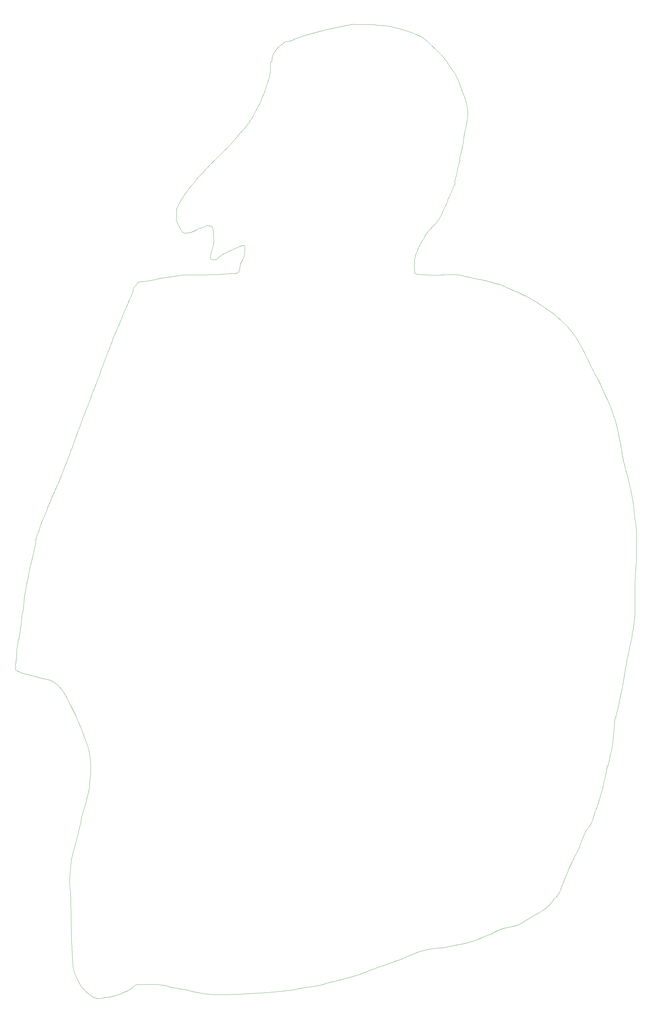
<source format=gbr>
%TF.GenerationSoftware,KiCad,Pcbnew,(6.0.9-0)*%
%TF.CreationDate,2023-01-13T01:16:21-05:00*%
%TF.ProjectId,JF-PimpleClock,4a462d50-696d-4706-9c65-436c6f636b2e,rev?*%
%TF.SameCoordinates,Original*%
%TF.FileFunction,Profile,NP*%
%FSLAX46Y46*%
G04 Gerber Fmt 4.6, Leading zero omitted, Abs format (unit mm)*
G04 Created by KiCad (PCBNEW (6.0.9-0)) date 2023-01-13 01:16:21*
%MOMM*%
%LPD*%
G01*
G04 APERTURE LIST*
%TA.AperFunction,Profile*%
%ADD10C,0.001000*%
%TD*%
G04 APERTURE END LIST*
D10*
X183513615Y82423000D02*
X183598166Y83905558D01*
X86563106Y3149147D02*
X87376000Y3319101D01*
X124921933Y232735541D02*
X125167957Y233140326D01*
X50499243Y236245195D02*
X50796843Y235698885D01*
X132188032Y287404624D02*
X131398257Y288448619D01*
X168601508Y37300013D02*
X169083758Y38338040D01*
X33051442Y209915060D02*
X32469392Y208501023D01*
X2984500Y99718613D02*
X3365022Y99612651D01*
X1597084Y113903086D02*
X1528418Y113381234D01*
X126721890Y15286023D02*
X127082153Y15347086D01*
X151105Y100836969D02*
G75*
G03*
X249827Y100746335I147665J61761D01*
G01*
X10297707Y151692878D02*
X10092531Y151220529D01*
X50772100Y244835134D02*
X50430746Y244230218D01*
X34743009Y213914189D02*
X34681232Y213757318D01*
X21644100Y60126574D02*
X21570973Y59831684D01*
X130222447Y221844392D02*
G75*
G03*
X130619500Y221921115I-42847J1287508D01*
G01*
X3744932Y128524000D02*
X3447198Y127170929D01*
X60128168Y229186621D02*
X59939733Y228351377D01*
X362793Y104953271D02*
X337832Y104515329D01*
X189971665Y123342814D02*
X189961086Y124724671D01*
X172883573Y46485970D02*
G75*
G03*
X173079675Y47001765I-3364473J1574330D01*
G01*
X135272488Y252828482D02*
G75*
G03*
X135255000Y252636521I1045012J-191982D01*
G01*
X32469392Y208501023D02*
X31871690Y207010000D01*
X77651808Y281984847D02*
X77524925Y281584061D01*
X60027399Y226767704D02*
G75*
G03*
X60392436Y226603844I422101J451796D01*
G01*
X67032269Y263253161D02*
X66822251Y263005301D01*
X12197091Y155979382D02*
X11987060Y155517514D01*
X22090660Y62118314D02*
X21935174Y61464031D01*
X130882440Y221978010D02*
G75*
G03*
X130619500Y221921115I77460J-994010D01*
G01*
X428883Y106878696D02*
X389539Y106351251D01*
X23480274Y185360851D02*
X23322146Y184921637D01*
X93281500Y296598184D02*
X92943499Y296517680D01*
X174932744Y51554588D02*
X175194273Y51979494D01*
X755235Y109288242D02*
X704327Y108966000D01*
X28992870Y199849835D02*
X28817150Y199390000D01*
X177033953Y192937463D02*
X176274727Y194403658D01*
X36941418Y4365736D02*
G75*
G03*
X36480998Y4142777I247482J-1097936D01*
G01*
X42019299Y4540772D02*
X44087060Y4427478D01*
X33210700Y2124854D02*
X33595540Y2290427D01*
X184225715Y176288805D02*
X184031224Y176927659D01*
X129466644Y221840672D02*
X128121142Y221889786D01*
X95047379Y4703286D02*
G75*
G03*
X95158163Y4728182I-147279J914314D01*
G01*
X2523183Y120615855D02*
X2392202Y119449244D01*
X136797693Y278878044D02*
X136730496Y279046441D01*
X123240116Y295553357D02*
X122421184Y295885118D01*
X134571765Y283974667D02*
X134394195Y284226000D01*
X25044256Y189405419D02*
X24844168Y188868799D01*
X18683004Y172606305D02*
X18602014Y172402500D01*
X55306637Y250869869D02*
X55088007Y250583980D01*
X122347085Y224672907D02*
X122362663Y226244627D01*
X36716668Y218447867D02*
X36554954Y218272416D01*
X97328873Y297574618D02*
X96956090Y297507517D01*
X189211698Y112533516D02*
X189281723Y112844730D01*
X73990259Y272724766D02*
X72543050Y269975539D01*
X5082770Y134601907D02*
X4984540Y134164362D01*
X87996458Y295079484D02*
X86296730Y294502449D01*
X56007000Y221993117D02*
X52815905Y221981705D01*
X136993930Y278229499D02*
X136919022Y278434319D01*
X52116291Y234762295D02*
X52768500Y234827383D01*
X19847603Y175736393D02*
X19747042Y175491218D01*
X68013261Y264351260D02*
X67314967Y263561648D01*
X25261010Y189977660D02*
X25044256Y189405419D01*
X189342867Y113003580D02*
G75*
G03*
X189281723Y112844730I606333J-324580D01*
G01*
X136282509Y258017526D02*
G75*
G03*
X136277253Y257832767I1767391J-142726D01*
G01*
X55088007Y250583980D02*
X54828768Y250277505D01*
X177864051Y191356623D02*
X177033953Y192937463D01*
X162710457Y211634129D02*
X162249353Y211963000D01*
X19694947Y52761340D02*
X19585691Y52393204D01*
X186524809Y164604063D02*
X186302345Y165670291D01*
X60606332Y235762051D02*
X60720912Y234778866D01*
X11161726Y153598350D02*
X10989469Y153203237D01*
X19169364Y174049074D02*
X19041221Y173662796D01*
X26500075Y193357500D02*
X26248369Y192637216D01*
X14030926Y95167316D02*
G75*
G03*
X13174255Y96062581I-8903126J-7661816D01*
G01*
X68991386Y225319724D02*
X68937480Y225026717D01*
X34883863Y2804675D02*
G75*
G03*
X35050390Y2919604I-435363J808925D01*
G01*
X174180969Y198668589D02*
X172856682Y201156227D01*
X60647824Y230930761D02*
G75*
G03*
X60758198Y231343129I-2569624J908739D01*
G01*
X35905869Y216501387D02*
X35524205Y215610265D01*
X182297031Y74231499D02*
G75*
G03*
X182695500Y75895775I-18436931J5294101D01*
G01*
X170049769Y40747878D02*
X170701359Y42164000D01*
X389539Y106351251D02*
X366288Y105820108D01*
X101292244Y298396430D02*
X100661924Y298279850D01*
X6283694Y140886014D02*
G75*
G03*
X6246529Y140398500I1959006J-394514D01*
G01*
X51827572Y234773241D02*
G75*
G03*
X52116291Y234762295I188528J1159559D01*
G01*
X157966836Y214598251D02*
G75*
G03*
X157990730Y214561829I123464J54949D01*
G01*
X2004609Y99995376D02*
X2286000Y99913055D01*
X166910925Y32952835D02*
X166996798Y33128592D01*
X69847037Y1601866D02*
X70465950Y1637294D01*
X61775050Y226693772D02*
G75*
G03*
X61956203Y226793525I-201850J580928D01*
G01*
X34085345Y212313047D02*
X33597477Y211203736D01*
X187630979Y104488765D02*
X187722484Y104977960D01*
X23580705Y789812D02*
G75*
G03*
X23666821Y714047I295095J248588D01*
G01*
X53348866Y248576897D02*
X52629001Y247604032D01*
X181196408Y69775625D02*
X181282689Y70325780D01*
X189473636Y113553546D02*
G75*
G03*
X189484000Y113762470I-2101336J208954D01*
G01*
X173597007Y48465869D02*
X173932268Y49299564D01*
X11189893Y153735857D02*
G75*
G03*
X11176000Y153667295I162207J-68557D01*
G01*
X185990480Y94978272D02*
X186122234Y95794082D01*
X188022110Y106203265D02*
X188094626Y106438009D01*
X186938893Y162936218D02*
X186835907Y163512500D01*
X1460659Y112829465D02*
X1404635Y112331500D01*
X189952283Y125883375D02*
X189949260Y126301500D01*
X134754310Y283691806D02*
X134571765Y283974667D01*
X122775266Y228303026D02*
X122877966Y228587021D01*
X139573001Y17573653D02*
G75*
G03*
X139959394Y17674884I-529301J2808347D01*
G01*
X83455240Y293491686D02*
G75*
G03*
X83812943Y293528883I-22640J1956214D01*
G01*
X5635189Y99070073D02*
X5842000Y98998640D01*
X134316548Y249206522D02*
G75*
G03*
X134257916Y249047936I407852J-240922D01*
G01*
X186793897Y163767719D02*
X186742111Y164009477D01*
X114319440Y10847796D02*
X114490500Y10917426D01*
X936676Y110083929D02*
X838031Y109683153D01*
X135784079Y16703820D02*
X136919705Y16937949D01*
X51604978Y234856297D02*
G75*
G03*
X51827571Y234773237I320422J518903D01*
G01*
X50113576Y237057384D02*
X50499243Y236245195D01*
X84390804Y2790870D02*
X85503718Y2963032D01*
X188156839Y106696725D02*
X188201079Y106940593D01*
X33595540Y2290427D02*
X33946264Y2414131D01*
X13820002Y159777113D02*
X13684432Y159442535D01*
X52812754Y2759987D02*
G75*
G03*
X52667800Y2785563I-355754J-1592687D01*
G01*
X1939166Y116997003D02*
X1887929Y116459000D01*
X159004000Y25656582D02*
X160305236Y26364757D01*
X69706844Y226678138D02*
X69316118Y225858734D01*
X25660741Y154013D02*
G75*
G03*
X25993628Y173237I101459J1134887D01*
G01*
X135620982Y254454620D02*
X135981493Y255970914D01*
X1736725Y100081991D02*
X2004609Y99995376D01*
X190231571Y145527316D02*
X190147564Y146137601D01*
X169283130Y38786017D02*
X169397571Y39080632D01*
X132348817Y222049904D02*
X131536872Y222020536D01*
X26462214Y295348D02*
X26763553Y376823D01*
X136435623Y279864014D02*
X136340740Y280162000D01*
X18508246Y172166739D02*
X18318836Y171644490D01*
X58654043Y237027682D02*
G75*
G03*
X58337987Y236910821I557457J-1993482D01*
G01*
X132579241Y244523583D02*
G75*
G03*
X132588000Y244711602I-2013641J188017D01*
G01*
X2006734Y117510827D02*
X1939166Y116997003D01*
X63813077Y259824974D02*
X61666977Y257709641D01*
X136919705Y16937949D02*
X137957066Y17167202D01*
X96618971Y5209526D02*
X97345500Y5346144D01*
X145553113Y219837423D02*
X145184031Y219944060D01*
X137833489Y266045609D02*
X137971819Y266630107D01*
X189961086Y124724671D02*
X189952283Y125883375D01*
X80560202Y2345315D02*
X81643691Y2462607D01*
X67114964Y263344662D02*
X67032269Y263253161D01*
X85534500Y294196196D02*
X84720839Y293832824D01*
X173289134Y47640761D02*
X173597007Y48465869D01*
X129310610Y15642313D02*
X129921000Y15682602D01*
X168191524Y36383310D02*
X168379070Y36813823D01*
X122627701Y227443502D02*
X122669195Y227679919D01*
X1887929Y116459000D02*
X1838530Y115887979D01*
X63933744Y228408885D02*
X65879892Y229391182D01*
X1140044Y110798815D02*
X1037138Y110426500D01*
X62601374Y227521371D02*
G75*
G03*
X62113422Y226956099I3599026J-3599971D01*
G01*
X132278Y103103114D02*
X93628Y102580434D01*
X159838328Y213539874D02*
X158378114Y214429050D01*
X60014507Y236923268D02*
G75*
G03*
X59901711Y236938331I-179907J-917368D01*
G01*
X76413834Y278170160D02*
X76297571Y277884601D01*
X3050198Y124557332D02*
X2972777Y124243946D01*
X148798703Y21420685D02*
X148971000Y21494843D01*
X183559Y103561147D02*
X132278Y103103114D01*
X182134532Y73577847D02*
X182218880Y73938016D01*
X130333751Y239627831D02*
G75*
G03*
X130150523Y239484289I193749J-436031D01*
G01*
X186835907Y163512500D02*
X186793897Y163767719D01*
X134799071Y251055151D02*
X134948321Y251661632D01*
X170680950Y204422147D02*
X169260599Y206019245D01*
X148821493Y218935620D02*
G75*
G03*
X147972629Y219202690I-3476293J-9566620D01*
G01*
X181999902Y72898000D02*
X182057047Y73211543D01*
X182168738Y182271129D02*
X181843984Y182983577D01*
X94938850Y4693419D02*
G75*
G03*
X95047379Y4703287I-16950J788181D01*
G01*
X171221112Y43251438D02*
X171437347Y43679259D01*
X137090681Y277986510D02*
X136993930Y278229499D01*
X38252909Y219831833D02*
G75*
G03*
X37873847Y219732033I929291J-4299433D01*
G01*
X16955046Y29817748D02*
X17060034Y25561954D01*
X19604964Y84329780D02*
X19718006Y84074000D01*
X67591377Y222426556D02*
G75*
G03*
X68145499Y222556689I-39977J1415044D01*
G01*
X88891052Y3567251D02*
X89522979Y3659978D01*
X70815109Y267604287D02*
X70497840Y267211969D01*
X4483062Y132432299D02*
X4341883Y131716055D01*
X165191291Y30735067D02*
G75*
G03*
X165137003Y30640656I255909J-209967D01*
G01*
X168007021Y35846066D02*
G75*
G03*
X168021000Y35926898I-226721J80834D01*
G01*
X21455978Y59499500D02*
G75*
G03*
X21501361Y59588630I-227978J172200D01*
G01*
X35636745Y3212311D02*
G75*
G03*
X35673816Y3253569I-83145J111989D01*
G01*
X181937117Y72586674D02*
X181999902Y72898000D01*
X128592150Y237365863D02*
G75*
G03*
X127977290Y236868833I1650950J-2671163D01*
G01*
X136896348Y278579805D02*
X136854446Y278716959D01*
X36018856Y3520291D02*
G75*
G03*
X36102076Y3620873I-482356J483809D01*
G01*
X134887725Y250005829D02*
G75*
G03*
X134736907Y250254919I-1248825J-585929D01*
G01*
X103458552Y298794335D02*
G75*
G03*
X103060500Y298715556I-4352J-1023035D01*
G01*
X95527703Y4921952D02*
G75*
G03*
X95319850Y4803917I188097J-573252D01*
G01*
X138365859Y274450198D02*
G75*
G03*
X137891981Y276016440I-15224259J-3751398D01*
G01*
X21478553Y79502000D02*
X21840159Y78591474D01*
X29938341Y202470364D02*
G75*
G03*
X29854743Y202202491I2050059J-786764D01*
G01*
X21712641Y60452000D02*
X21644100Y60126574D01*
X15556983Y92783584D02*
G75*
G03*
X14700385Y94267376I-16901174J-8767949D01*
G01*
X136905986Y278510455D02*
G75*
G03*
X136896348Y278579805I-253286J145D01*
G01*
X169585904Y39675501D02*
G75*
G03*
X169486679Y39370000I2802196J-1079001D01*
G01*
X55954673Y251754212D02*
X55589166Y251314365D01*
X29484478Y201104500D02*
X29357481Y200786801D01*
X22968290Y73633806D02*
X23091004Y71360908D01*
X60823636Y232435113D02*
X60812559Y231796938D01*
X129208207Y290766500D02*
X127166400Y292778005D01*
X183177084Y179486842D02*
X183003271Y180062577D01*
X35857115Y3429009D02*
G75*
G03*
X35792111Y3419456I85J-226509D01*
G01*
X185258875Y91571170D02*
X185346431Y92075000D01*
X22952154Y67813143D02*
G75*
G03*
X23103290Y69150094I-6958954J1463697D01*
G01*
X49955257Y243320081D02*
X49396020Y242228662D01*
X112841921Y298344909D02*
X111919213Y298420687D01*
X186302345Y165670291D02*
X186087986Y166823521D01*
X149651211Y218593303D02*
X148821492Y218935616D01*
X123121086Y229104878D02*
X123223734Y229340464D01*
X13205281Y158331677D02*
X13084980Y158051500D01*
X131644804Y242676411D02*
X131851002Y243109949D01*
X17060034Y25561954D02*
X17189260Y19113500D01*
X134915635Y283420525D02*
X134754310Y283691806D01*
X19459435Y51898162D02*
X19337384Y51368291D01*
X92519500Y4125170D02*
X92994361Y4207749D01*
X4882226Y133757434D02*
X4787510Y133418188D01*
X66303205Y262382000D02*
X66013825Y262038683D01*
X147972629Y219202690D02*
X146304000Y219635787D01*
X136580924Y259120198D02*
X136642501Y259359502D01*
X41611153Y220286958D02*
X40870324Y220165830D01*
X133760907Y247513401D02*
X134020684Y248102286D01*
X169585905Y39675501D02*
X169753121Y40083651D01*
X172856682Y201156227D02*
X171731410Y203008165D01*
X190358062Y144208500D02*
X190305952Y144852504D01*
X6064134Y139001500D02*
X5809706Y137892398D01*
X29591387Y201381492D02*
X29484478Y201104500D01*
X166825751Y32775864D02*
X166910925Y32952835D01*
X60758191Y231343130D02*
G75*
G03*
X60812559Y231796938I-3516691J651470D01*
G01*
X131439014Y242252500D02*
X131644804Y242676411D01*
X29793585Y201980440D02*
X29699539Y201688972D01*
X98767356Y5686017D02*
G75*
G03*
X98552000Y5615865I693544J-2494717D01*
G01*
X132513835Y244251610D02*
G75*
G03*
X132552444Y244365114I-639035J280690D01*
G01*
X180820899Y68087085D02*
X181049215Y69064022D01*
X171523880Y43815003D02*
G75*
G03*
X171772812Y44207767I-1905080J1482697D01*
G01*
X188708772Y109455911D02*
X188869150Y110220276D01*
X182218880Y73938016D02*
X182297028Y74231500D01*
X24337746Y187515226D02*
X24104016Y186926118D01*
X19585691Y52393204D02*
X19459435Y51898162D01*
X10541000Y152221904D02*
X10297707Y151692878D01*
X50796844Y235698886D02*
G75*
G03*
X51055052Y235321089I3300056J1978314D01*
G01*
X18300501Y47232184D02*
X18147509Y46642301D01*
X78116017Y283859735D02*
X78060748Y283634983D01*
X44330541Y220888780D02*
X43612280Y220739228D01*
X8552188Y147287995D02*
X8078750Y146304000D01*
X53055975Y2678218D02*
G75*
G03*
X53183779Y2624882I365525J696082D01*
G01*
X149142740Y21559029D02*
X149419072Y21639118D01*
X134768467Y222036908D02*
X133286500Y222059500D01*
X189556798Y114645963D02*
X189601989Y114945569D01*
X104162452Y7159047D02*
X105426610Y7598432D01*
X19491328Y5104702D02*
G75*
G03*
X20065419Y4148059I9273772J4914698D01*
G01*
X113437744Y298324067D02*
X112841921Y298344909D01*
X3447198Y127170929D02*
X3286291Y126364456D01*
X130572577Y15734769D02*
X131325541Y15826743D01*
X9927581Y150819523D02*
G75*
G03*
X9906000Y150708284I275819J-111223D01*
G01*
X87376000Y3319101D02*
X87631776Y3374214D01*
X12852726Y157509766D02*
X12746840Y157263278D01*
X167209011Y33628806D02*
X167273544Y33842616D01*
X177477771Y56488636D02*
X177513523Y56627256D01*
X87928847Y3430154D02*
X88219951Y3478775D01*
X138700566Y271653000D02*
G75*
G03*
X138634228Y273001762I-8927866J236900D01*
G01*
X71980Y101394063D02*
G75*
G03*
X96593Y101038556I2837420J17837D01*
G01*
X34916137Y214304153D02*
X34822236Y214100093D01*
X19951035Y83526123D02*
X20264707Y82719818D01*
X55149750Y235574618D02*
X55478264Y235733690D01*
X185808219Y168675008D02*
X185754259Y168984887D01*
X29357481Y200786801D02*
X29182155Y200338928D01*
X14455656Y161448284D02*
X14337295Y161133234D01*
X18652416Y48595133D02*
X18531088Y48147840D01*
X158716093Y25500973D02*
X159004000Y25656582D01*
X85503718Y2963032D02*
X86563106Y3149147D01*
X26765822Y194108993D02*
X26500075Y193357500D01*
X16389275Y166370000D02*
X16162699Y165715652D01*
X135827553Y221961957D02*
X134768467Y222036908D01*
X185754260Y168984887D02*
G75*
G03*
X185729147Y169050516I-185560J-33387D01*
G01*
X3987585Y99443727D02*
X4325541Y99363217D01*
X187936198Y105918015D02*
X188022110Y106203265D01*
X100661924Y298279850D02*
X100002141Y298145099D01*
X48568567Y3540336D02*
X49250351Y3407630D01*
X135865342Y281397218D02*
X135677896Y281813000D01*
X136787564Y221809869D02*
G75*
G03*
X135827553Y221961957I-2121264J-10283969D01*
G01*
X175873566Y52831997D02*
G75*
G03*
X176171754Y53230428I-1687866J1574003D01*
G01*
X53416905Y2555629D02*
X53691410Y2485186D01*
X78741683Y288367070D02*
X78687699Y288031276D01*
X76187465Y277623441D02*
X76064359Y277301076D01*
X188543739Y156654500D02*
X188031249Y158849762D01*
X136164264Y256825222D02*
X136255067Y257394023D01*
X23324108Y1011132D02*
X23491005Y878766D01*
X146876949Y20556975D02*
X147189247Y20727365D01*
X185346431Y92075000D02*
X185440698Y92584883D01*
X12549801Y156800153D02*
X12486850Y156647381D01*
X59576654Y236977878D02*
X59765471Y236951886D01*
X153241310Y216954105D02*
X152617764Y217216679D01*
X165874565Y209384397D02*
G75*
G03*
X164880762Y210167308I-5266165J-5662497D01*
G01*
X78336782Y287045217D02*
G75*
G03*
X78275637Y286742822I2014518J-564717D01*
G01*
X135132360Y282976611D02*
X135024004Y283210000D01*
X19993948Y53882160D02*
X19855524Y53304393D01*
X17010378Y168097131D02*
X16822672Y167599143D01*
X162746839Y27970369D02*
G75*
G03*
X163476521Y28605219I-3698839J4988131D01*
G01*
X127032216Y235831670D02*
X127977290Y236868833D01*
X69740966Y266319000D02*
X68833594Y265283102D01*
X188094626Y106438009D02*
X188156839Y106696725D01*
X124711731Y232410000D02*
X124921933Y232735541D01*
X32850401Y1945447D02*
G75*
G03*
X32579174Y1780528I1327099J-2488047D01*
G01*
X58813870Y254825500D02*
X58469254Y254445684D01*
X136395576Y258380039D02*
G75*
G03*
X136346212Y258319578I63024J-101839D01*
G01*
X1776408Y115274725D02*
X1711561Y114708822D01*
X135166302Y252188558D02*
G75*
G03*
X135212753Y252342726I-1626502J574142D01*
G01*
X9749261Y98015902D02*
X10335024Y97855174D01*
X77524925Y281584061D02*
X77403826Y281241500D01*
X115435459Y11251845D02*
X115669736Y11346746D01*
X73446064Y1792223D02*
X75111763Y1896759D01*
X186742111Y164009477D02*
X186688258Y164211518D01*
X78197930Y284572482D02*
X78161009Y284118280D01*
X45593000Y221089561D02*
X45030946Y221013759D01*
X184700825Y174196646D02*
X184598054Y174688500D01*
X19747042Y175491218D02*
X19627862Y175222309D01*
X90942464Y295974984D02*
X90678000Y295908002D01*
X4191580Y130810000D02*
X4113927Y130351232D01*
X189929386Y117769179D02*
X189982446Y119429386D01*
X180226044Y65556526D02*
X180286042Y65871212D01*
X184598054Y174688500D02*
X184395612Y175616262D01*
X190147564Y146137601D02*
X190067063Y146558000D01*
X37094001Y218931338D02*
X36906904Y218681451D01*
X32349358Y1633707D02*
X32579174Y1780528D01*
X158069899Y214510103D02*
G75*
G03*
X158112603Y214503000I42701J124797D01*
G01*
X22311195Y1757521D02*
G75*
G03*
X22916703Y1294324I2965605J3249379D01*
G01*
X125392762Y294314787D02*
X124391328Y294987356D01*
X23810132Y632113D02*
G75*
G03*
X23979594Y557289I818968J1625487D01*
G01*
X190050696Y129289049D02*
X190156563Y131196522D01*
X188382043Y108104583D02*
X188481628Y108521500D01*
X167530735Y207794797D02*
X165874563Y209384394D01*
X133413500Y246810101D02*
X133760907Y247513401D01*
X18934609Y49523304D02*
X18852458Y49256042D01*
X77403826Y281241500D02*
X77273757Y280877498D01*
X180366443Y66244032D02*
X180461653Y66639933D01*
X46799502Y3927059D02*
G75*
G03*
X45780933Y4222974I-1650802J-3781259D01*
G01*
X75221Y102061682D02*
X71976Y101394063D01*
X60374094Y230088117D02*
X60128168Y229186621D01*
X178748415Y60109430D02*
X178855086Y60492048D01*
X2718105Y122738536D02*
X2661547Y122174000D01*
X132408246Y244194071D02*
G75*
G03*
X132321473Y244081102I968954J-834071D01*
G01*
X130401028Y239724664D02*
G75*
G03*
X130421971Y239807712I-441228J155436D01*
G01*
X136346208Y258319580D02*
G75*
G03*
X136307450Y258186268I932092J-343280D01*
G01*
X30399303Y203599832D02*
X30143798Y202990375D01*
X189967222Y127413705D02*
X190050696Y129289049D01*
X51864063Y2890391D02*
X52347221Y2809230D01*
X53176111Y234880517D02*
X53560663Y234944451D01*
X190156563Y131196522D02*
X190259284Y132524500D01*
X28246082Y538768D02*
X28817773Y631814D01*
X6911345Y142811501D02*
G75*
G03*
X6688624Y142354006I1900755J-1208301D01*
G01*
X36102083Y3620868D02*
G75*
G03*
X36168831Y3739783I-672783J455832D01*
G01*
X70063701Y227530751D02*
X69706844Y226678138D01*
X30988703Y204923345D02*
X30680672Y204234491D01*
X189949260Y126301500D02*
X189967222Y127413705D01*
X68896328Y224693414D02*
X68736582Y223521364D01*
X117829806Y12097167D02*
X118250969Y12261455D01*
X157966819Y214598244D02*
G75*
G03*
X157756909Y214822081I-426419J-189544D01*
G01*
X135111177Y252063571D02*
G75*
G03*
X134948321Y251661632I1800223J-963371D01*
G01*
X139408853Y17538907D02*
X139573000Y17573658D01*
X19337384Y51368291D02*
X19239251Y50882848D01*
X122389589Y223084703D02*
G75*
G03*
X122542050Y222528198I1298111J56497D01*
G01*
X27097828Y195008500D02*
X26765822Y194108993D01*
X15925443Y165062297D02*
X15709317Y164493460D01*
X178594155Y189992000D02*
X177864051Y191356623D01*
X190419979Y138264444D02*
X190429991Y142105664D01*
X135300772Y282616275D02*
X135132360Y282976611D01*
X180024284Y64592581D02*
X180191837Y65240547D01*
X13084980Y158051500D02*
X12970849Y157785101D01*
X28024132Y197370654D02*
X27737679Y196659500D01*
X14777100Y162283554D02*
X14539572Y161671000D01*
X54802923Y235416083D02*
X55149750Y235574618D01*
X151257000Y217835978D02*
X149651211Y218593303D01*
X366288Y105820108D02*
X364966Y105371707D01*
X66509821Y1463874D02*
X67875150Y1508962D01*
X76064359Y277301076D02*
X75947787Y276971870D01*
X115218702Y11170816D02*
X115435459Y11251845D01*
X129416913Y238451547D02*
G75*
G03*
X129219020Y238072759I2106587J-1341647D01*
G01*
X142303500Y18535808D02*
X143108608Y18911111D01*
X7205461Y98562787D02*
X8015458Y98370488D01*
X70322766Y230691290D02*
X70359810Y229775888D01*
X122703326Y228042566D02*
G75*
G03*
X122682000Y227858189I786274J-184366D01*
G01*
X129416914Y238451546D02*
X129773049Y238978281D01*
X30551006Y1092950D02*
X30959299Y1209383D01*
X183003271Y180062577D02*
X182801185Y180678835D01*
X62293500Y222119352D02*
X61473716Y222071839D01*
X16860907Y32780569D02*
X16955046Y29817748D01*
X124974585Y14901524D02*
X125840224Y15123142D01*
X18098288Y171022275D02*
X17867886Y170357062D01*
X35581299Y3184550D02*
G75*
G03*
X35636749Y3212306I-50999J171150D01*
G01*
X174534627Y50642915D02*
X174670007Y50958433D01*
X241278Y103847707D02*
G75*
G03*
X296019Y104119887I-1948302J533438D01*
G01*
X181019116Y184755498D02*
X180542351Y185809217D01*
X19359834Y84917977D02*
X19479071Y84626847D01*
X70202399Y230957437D02*
G75*
G03*
X69861001Y231046722I-247399J-248637D01*
G01*
X179816704Y63828463D02*
X180024284Y64592581D01*
X17635856Y169692831D02*
X17410407Y169073581D01*
X58912844Y237067104D02*
G75*
G03*
X58654042Y237027687I31856J-1078504D01*
G01*
X95313500Y297116689D02*
X94771423Y296972209D01*
X116451459Y11660489D02*
X116789458Y11770432D01*
X94384090Y4569828D02*
X94605753Y4633122D01*
X79618806Y290450446D02*
G75*
G03*
X79021656Y289380306I5426894J-3729946D01*
G01*
X188201084Y106940592D02*
G75*
G03*
X188216489Y107124500I-1356284J206208D01*
G01*
X78241721Y286305984D02*
X78232000Y285641226D01*
X8004004Y146139057D02*
X7914565Y145893234D01*
X167375277Y34252172D02*
G75*
G03*
X167319702Y34036000I2058223J-644372D01*
G01*
X14337295Y161133234D02*
X14208104Y160788819D01*
X17847514Y45529499D02*
G75*
G03*
X17196245Y42654993I28744086J-8023499D01*
G01*
X1528418Y113381234D02*
X1460659Y112829465D01*
X125409536Y233555672D02*
X125606831Y233915344D01*
X60460138Y236493665D02*
X60606332Y235762051D01*
X185244865Y171593564D02*
X185117760Y172212000D01*
X145184031Y219944060D02*
X144907000Y220030162D01*
X132777233Y245458322D02*
G75*
G03*
X132631792Y245027120I4279067J-1683422D01*
G01*
X179718931Y187659251D02*
X179284412Y188595397D01*
X98066622Y5487538D02*
X98374206Y5560454D01*
X36554948Y218272422D02*
G75*
G03*
X36393095Y218085589I1223252J-1223222D01*
G01*
X33946264Y2414131D02*
X34277832Y2528630D01*
X136515433Y258635612D02*
G75*
G03*
X136525000Y258754028I-727733J118388D01*
G01*
X190305952Y144852504D02*
X190231571Y145527316D01*
X185881175Y94436640D02*
X185990480Y94978272D01*
X102905005Y298666637D02*
G75*
G03*
X103060500Y298715556I-191805J881263D01*
G01*
X60791911Y233534260D02*
X60823636Y232435113D01*
X82642428Y293283413D02*
G75*
G03*
X82190179Y293015311I1477972J-3008613D01*
G01*
X5842000Y98998640D02*
X6503231Y98766162D01*
X14700391Y94267380D02*
G75*
G03*
X14030926Y95167316I-6660091J-4255480D01*
G01*
X122928858Y14206675D02*
X123231275Y14323176D01*
X13342296Y158649194D02*
X13205281Y158331677D01*
X47661887Y3711397D02*
X48069500Y3633226D01*
X56761588Y236248538D02*
G75*
G03*
X57086501Y236337998I-667988J3060862D01*
G01*
X46202654Y221164808D02*
X45593000Y221089561D01*
X145725325Y19949326D02*
X146104199Y20111786D01*
X22855604Y183565132D02*
X22475231Y182616561D01*
X458092Y100667911D02*
X792766Y100517833D01*
X11346718Y154103612D02*
X11189895Y153735856D01*
X138456200Y269154272D02*
X138627792Y270534049D01*
X166755326Y32626523D02*
X166825751Y32775864D01*
X165772142Y31138035D02*
G75*
G03*
X165865897Y31243485I-530042J565665D01*
G01*
X17290112Y15892851D02*
X17469931Y12703181D01*
X184241955Y87080967D02*
X184575097Y88356757D01*
X136905991Y278510455D02*
G75*
G03*
X136919022Y278434319I228609J-55D01*
G01*
X12371393Y156367526D02*
X12197091Y155979382D01*
X140868626Y220868851D02*
X139044385Y221269881D01*
X3870095Y129104218D02*
X3744932Y128524000D01*
X59856581Y227110955D02*
G75*
G03*
X60027397Y226767702I544519J56845D01*
G01*
X26248369Y192637216D02*
X25961057Y191837072D01*
X116459000Y297753621D02*
X115598098Y297986150D01*
X17867886Y170357062D02*
X17635856Y169692831D01*
X37772817Y4476219D02*
G75*
G03*
X36941421Y4365724I199283J-4682519D01*
G01*
X183826966Y85620666D02*
G75*
G03*
X183693228Y84869251I8120834J-1832966D01*
G01*
X177377958Y56201895D02*
X177435439Y56362226D01*
X177088958Y55308500D02*
X177187390Y55621627D01*
X68937480Y225026717D02*
X68896328Y224693414D01*
X132466958Y244221007D02*
G75*
G03*
X132513835Y244251610I-58J51293D01*
G01*
X59870578Y222032284D02*
X57981415Y222003939D01*
X71174372Y1675013D02*
X71882000Y1709826D01*
X145355727Y19815130D02*
X145725325Y19949326D01*
X134614504Y249468054D02*
G75*
G03*
X134828300Y249633613I-549904J930946D01*
G01*
X95527710Y4921932D02*
X96005780Y5064213D01*
X3683000Y99524078D02*
X3987585Y99443727D01*
X180123770Y186753500D02*
X179718931Y187659251D01*
X61926037Y1370924D02*
X65024000Y1420349D01*
X20582460Y3489430D02*
X21430932Y2598850D01*
X22537191Y64165497D02*
X22406892Y63445593D01*
X136057650Y280935113D02*
X135865342Y281397218D01*
X137689984Y265327316D02*
X137833489Y266045609D01*
X93475969Y4307890D02*
X93899974Y4410220D01*
X6911344Y142811501D02*
G75*
G03*
X7065582Y143123875I-1368544J869999D01*
G01*
X1654963Y114300000D02*
X1597084Y113903086D01*
X65425416Y261382583D02*
X65228241Y261184659D01*
X27727090Y508000D02*
G75*
G03*
X27452671Y492912I10J-2503200D01*
G01*
X68833594Y265283102D02*
X68013261Y264351260D01*
X130816245Y240659010D02*
G75*
G03*
X130860007Y240826598I-1345245J440790D01*
G01*
X49396020Y242228662D02*
X49379836Y240462581D01*
X158301928Y25257232D02*
X158716093Y25500973D01*
X145946141Y219729037D02*
X145553113Y219837423D01*
X132651500Y16061361D02*
X133198190Y16186675D01*
X36136346Y217131823D02*
G75*
G03*
X36195000Y217495491I-1098146J363677D01*
G01*
X2972778Y124243946D02*
G75*
G03*
X2887521Y123870286I4231922J-1162146D01*
G01*
X189397157Y113139094D02*
X189442541Y113335290D01*
X165530378Y30982631D02*
G75*
G03*
X165654713Y31045870I-231278J608569D01*
G01*
X139162234Y17479116D02*
X139408853Y17538907D01*
X96956090Y297507517D02*
X96429391Y297393085D01*
X184395612Y175616262D02*
X184225715Y176288805D01*
X138886900Y17408361D02*
X139162234Y17479116D01*
X94771423Y296972209D02*
X94192725Y296822498D01*
X59513901Y255567308D02*
X58813870Y254825500D01*
X24844168Y188868799D02*
X24698718Y188468000D01*
X24152207Y501880D02*
X25235545Y225395D01*
X180191837Y65240547D02*
G75*
G03*
X180213000Y65409807I-666237J169253D01*
G01*
X179064050Y61221524D02*
X179311424Y62078125D01*
X177538368Y56757415D02*
G75*
G03*
X177546000Y56854798I-617468J97385D01*
G01*
X108787174Y298739072D02*
X106214249Y298776314D01*
X126181420Y293690022D02*
G75*
G03*
X125392762Y294314787I-6689220J-7633822D01*
G01*
X96592Y101038556D02*
G75*
G03*
X151103Y100836968I785618J104274D01*
G01*
X2797936Y123332116D02*
X2718105Y122738536D01*
X185660766Y93602616D02*
X185749609Y93935696D01*
X55478264Y235733690D02*
X55755183Y235888159D01*
X187552830Y160794323D02*
G75*
G03*
X187447381Y161099500I-2062130J-541723D01*
G01*
X11335662Y97431260D02*
G75*
G03*
X10842113Y97667434I-2865462J-5354360D01*
G01*
X89702327Y295634163D02*
X87996458Y295079484D01*
X184029413Y86360000D02*
X184241955Y87080967D01*
X170701359Y42164000D02*
X170970435Y42737312D01*
X43612280Y220739228D02*
X42989500Y220586205D01*
X61514060Y226633925D02*
G75*
G03*
X61775050Y226693771I-142460J1220275D01*
G01*
X47079297Y221293292D02*
X46202654Y221164808D01*
X130222447Y221844404D02*
X129466644Y221840672D01*
X162249353Y211963000D02*
X161236163Y212658903D01*
X126129396Y234727315D02*
G75*
G03*
X125606831Y233915344I4472004J-3452215D01*
G01*
X39119642Y219968870D02*
X38600570Y219895654D01*
X135362507Y253296078D02*
X135480825Y253852634D01*
X8015458Y98370488D02*
X9009983Y98170870D01*
X166996798Y33128592D02*
X167069307Y33274000D01*
X12676073Y157099000D02*
X12616273Y156958905D01*
X158378119Y214429058D02*
G75*
G03*
X158112603Y214503000I-265519J-439758D01*
G01*
X24549829Y188064029D02*
X24337746Y187515226D01*
X129117824Y237887746D02*
G75*
G03*
X129219020Y238072759I-829424J573854D01*
G01*
X52629001Y247604032D02*
X51794040Y246400520D01*
X166674996Y32474982D02*
G75*
G03*
X166755326Y32626523I-1422696J851218D01*
G01*
X6503231Y98766162D02*
X7205461Y98562787D01*
X59372100Y237010366D02*
X59576654Y236977878D01*
X50662696Y3122141D02*
X51288472Y2996471D01*
X185703890Y169113306D02*
X185655469Y169347441D01*
X13474660Y158954689D02*
X13342296Y158649194D01*
X181842387Y72227342D02*
X181937117Y72586674D01*
X176274727Y194403658D02*
X175879453Y195200545D01*
X188481628Y108521500D02*
X188708772Y109455911D01*
X136854446Y278716959D02*
X136797693Y278878044D01*
X26763553Y376823D02*
X27112048Y445533D01*
X23322146Y184921637D02*
G75*
G03*
X23246884Y184669228I2680654J-936737D01*
G01*
X15556983Y92783584D02*
X17098796Y89760150D01*
X187296741Y161518791D02*
X187109288Y162210192D01*
X54563150Y249994470D02*
X53985633Y249364527D01*
X189810117Y116387508D02*
X189929386Y117769179D01*
X5809706Y137892398D02*
X5543311Y136708586D01*
X22631181Y64870215D02*
X22537191Y64165497D01*
X2145692Y118167114D02*
G75*
G03*
X2080000Y117944343I1059208J-433414D01*
G01*
X98374207Y5560450D02*
G75*
G03*
X98552000Y5615865I-400707J1598550D01*
G01*
X135677896Y281813000D02*
X135491094Y282210270D01*
X92182215Y296320188D02*
X91884500Y296235677D01*
X156148629Y215653676D02*
X154616552Y216408939D01*
X65879892Y229391182D02*
X67581703Y230202432D01*
X124305628Y231743779D02*
X124711731Y232410000D01*
X5116306Y99206805D02*
X5378847Y99143085D01*
X22684361Y65532000D02*
X22631181Y64870215D01*
X66013825Y262038683D02*
X65706842Y261689762D01*
X67591377Y222426544D02*
X66459617Y222382825D01*
X183752118Y177736500D02*
X183585175Y178218854D01*
X53691410Y2485186D02*
X53975000Y2423502D01*
X12746840Y157263278D02*
X12676073Y157099000D01*
X122999500Y228854000D02*
X123121086Y229104878D01*
X187545512Y104001936D02*
X187630979Y104488765D01*
X139959394Y17674884D02*
X140905923Y18001729D01*
X167069307Y33274000D02*
G75*
G03*
X167137234Y33427248I-1483407J749200D01*
G01*
X133938085Y284861299D02*
X133672324Y285242466D01*
X135111175Y252063572D02*
G75*
G03*
X135166303Y252188558I-793475J424628D01*
G01*
X48958500Y221602958D02*
X48043451Y221446110D01*
X189983375Y121825273D02*
X189971665Y123342814D01*
X22475231Y182616561D02*
X21964189Y181387750D01*
X54321698Y2353570D02*
X54804072Y2254392D01*
X31918612Y1420197D02*
X32119797Y1509661D01*
X56895586Y252783320D02*
X56404411Y252261992D01*
X168379070Y36813823D02*
X168601508Y37300013D01*
X177288053Y55932357D02*
X177377958Y56201895D01*
X17098796Y89760150D02*
X18598496Y86715335D01*
X185551095Y93119261D02*
X185660766Y93602616D01*
X27440042Y195907815D02*
X27097828Y195008500D01*
X181332844Y70624696D02*
G75*
G03*
X181282689Y70325780I3380556J-720896D01*
G01*
X187744008Y160043600D02*
X187552831Y160794323D01*
X135024004Y283210000D02*
X134915635Y283420525D01*
X132552439Y244365115D02*
G75*
G03*
X132579239Y244523583I-1049439J258985D01*
G01*
X34658504Y213639131D02*
X34498964Y213258264D01*
X20597252Y81823449D02*
X20900226Y80962500D01*
X149735480Y21719628D02*
X150050500Y21788587D01*
X18318836Y171644490D02*
X18098288Y171022275D01*
X117094000Y11856584D02*
X117420385Y11953033D01*
X136255066Y257394023D02*
G75*
G03*
X136277253Y257832767I-2939366J368577D01*
G01*
X29182155Y200338928D02*
X28992870Y199849835D01*
X66822251Y263005301D02*
X66573324Y262708169D01*
X18866799Y6363946D02*
X19491328Y5104702D01*
X15709317Y164493460D02*
X15563411Y164147500D01*
X661270Y108631140D02*
X602469Y108192888D01*
X28817150Y199390000D02*
X28613551Y198861309D01*
X364966Y105371707D02*
X362793Y104953271D01*
X119439792Y12790877D02*
X120538189Y13256737D01*
X177513523Y56627256D02*
X177538368Y56757415D01*
X136227257Y280496605D02*
X136057650Y280935113D01*
X92556806Y296419695D02*
X92182215Y296320188D01*
X102905004Y298666643D02*
X102579662Y298600285D01*
X13961246Y160135579D02*
X13820002Y159777113D01*
X182504080Y181461027D02*
X182168738Y182271129D01*
X65228241Y261184659D02*
X63813077Y259824974D01*
X113826131Y10671501D02*
X114319440Y10847796D01*
X122618500Y14088975D02*
X122928858Y14206675D01*
X55816500Y2042894D02*
X57984914Y1643802D01*
X54186348Y235132485D02*
X54469705Y235263120D01*
X184894303Y89633679D02*
X185034813Y90297000D01*
X4727564Y133268405D02*
G75*
G03*
X4613968Y132974112I1288436J-666405D01*
G01*
X45030946Y221013759D02*
X44330541Y220888780D01*
X134195417Y248569238D02*
G75*
G03*
X134239000Y248832117I-770917J262862D01*
G01*
X4613968Y132974112D02*
X4483062Y132432299D01*
X123301008Y229539959D02*
G75*
G03*
X123317000Y229630202I-246608J90241D01*
G01*
X184984376Y172845503D02*
X184838082Y173541928D01*
X60125854Y236894537D02*
G75*
G03*
X60014507Y236923269I-298954J-928437D01*
G01*
X20264707Y82719818D02*
X20597252Y81823449D01*
X130537124Y240198909D02*
G75*
G03*
X130480463Y240101674I518576J-367309D01*
G01*
X122703327Y228042566D02*
X122775266Y228303026D01*
X157756909Y214822081D02*
X156148629Y215653676D01*
X78609845Y287701483D02*
X78521278Y287420073D01*
X133198190Y16186675D02*
X133790928Y16315939D01*
X189484000Y113762470D02*
X189492208Y114000658D01*
X186534223Y98529737D02*
X186803308Y100071260D01*
X21455983Y59499496D02*
G75*
G03*
X21306369Y59206987I755017J-570696D01*
G01*
X151287442Y22039523D02*
X152211982Y22232828D01*
X28817773Y631814D02*
X29539143Y804716D01*
X93661031Y296688719D02*
X93281500Y296598184D01*
X19479071Y84626847D02*
X19604964Y84329780D01*
X88219951Y3478775D02*
X88455500Y3510900D01*
X137205335Y277721014D02*
X137090681Y277986510D01*
X5291596Y135569814D02*
X5082770Y134601907D01*
X167375277Y34252172D02*
X167473066Y34543476D01*
X54038500Y235063351D02*
X54186348Y235132485D01*
X111410109Y9837646D02*
X112585500Y10242579D01*
X83052867Y293436904D02*
G75*
G03*
X82642425Y293283418I569033J-2147204D01*
G01*
X176829637Y54576189D02*
X177088958Y55308500D01*
X60220516Y236857482D02*
G75*
G03*
X60125854Y236894538I-347816J-749082D01*
G01*
X18147509Y46642301D02*
X17988156Y46042714D01*
X165968768Y31464665D02*
X166062273Y31623242D01*
X71886724Y268997814D02*
G75*
G03*
X72543050Y269975539I-4608124J3802486D01*
G01*
X58469254Y254445684D02*
X57970893Y253911285D01*
X102191811Y298532402D02*
X101780287Y298471921D01*
X32119797Y1509661D02*
X32349358Y1633707D01*
X31798123Y1397004D02*
G75*
G03*
X31659657Y1381937I77J-644504D01*
G01*
X6241777Y140142918D02*
G75*
G03*
X6246529Y140398500I-1954577J164182D01*
G01*
X78687699Y288031276D02*
X78609845Y287701483D01*
X65706842Y261689762D02*
X65425416Y261382583D01*
X2286000Y99913055D02*
X2603978Y99824553D01*
X35792113Y3419449D02*
G75*
G03*
X35736971Y3391694I51087J-170149D01*
G01*
X70256694Y228172073D02*
G75*
G03*
X70346528Y228844511I-3911894J864827D01*
G01*
X181732906Y71877303D02*
X181842387Y72227342D01*
X57086502Y236337995D02*
G75*
G03*
X57456734Y236481256I-1347002J4031105D01*
G01*
X22791273Y66752155D02*
X22725120Y66111850D01*
X187722484Y104977960D02*
X187829585Y105476784D01*
X76558901Y278580598D02*
X76413834Y278170160D01*
X32850401Y1945447D02*
X33210700Y2124854D01*
X132777231Y245458323D02*
X133026115Y246029536D01*
X185925265Y167890414D02*
X185866280Y168308791D01*
X65024000Y1420349D02*
X66509821Y1463874D01*
X188296925Y107692031D02*
X188382043Y108104583D01*
X178266306Y58759134D02*
X178471287Y59291678D01*
X184029412Y86360000D02*
G75*
G03*
X183826965Y85620666I8059988J-2604400D01*
G01*
X27112048Y445533D02*
X27452671Y492912D01*
X2661547Y122174000D02*
X2523183Y120615855D01*
X1511345Y100162069D02*
X1736725Y100081991D01*
X177696210Y57348222D02*
X177861484Y57779419D01*
X99410441Y5862891D02*
X100178391Y6068493D01*
X127082153Y15347086D02*
X127448419Y15411674D01*
X171731410Y203008165D02*
G75*
G03*
X170680950Y204422147I-12240610J-7996465D01*
G01*
X57970893Y253911285D02*
X57420288Y253329306D01*
X21536304Y180323720D02*
X20790616Y178363907D01*
X56309190Y236210782D02*
G75*
G03*
X56150922Y236182647I101110J-1027982D01*
G01*
X164088747Y29251163D02*
X164591835Y29833699D01*
X92994361Y4207749D02*
X93475969Y4307890D01*
X1037138Y110426500D02*
X936676Y110083929D01*
X25462419Y190500000D02*
X25261010Y189977660D01*
X176171754Y53230428D02*
X176508099Y53852933D01*
X3161367Y125194245D02*
G75*
G03*
X3175000Y125409007I-1684667J214755D01*
G01*
X59850978Y227734515D02*
G75*
G03*
X59856554Y227110952I3264622J-282615D01*
G01*
X158027110Y214530970D02*
G75*
G03*
X158069897Y214510098I104890J160730D01*
G01*
X114008259Y298287552D02*
G75*
G03*
X113437744Y298324067I-563559J-4329852D01*
G01*
X122497151Y226965015D02*
X122567932Y227192656D01*
X76833318Y279463500D02*
X76706218Y279033252D01*
X44087060Y4427478D02*
X45780933Y4222974D01*
X129921000Y15682602D02*
X130572577Y15734769D01*
X115598098Y297986150D02*
X114757783Y298168126D01*
X93899974Y4410219D02*
G75*
G03*
X94170500Y4495964I-655074J2536381D01*
G01*
X30959299Y1209383D02*
X31339542Y1307685D01*
X5543311Y136708586D02*
X5291596Y135569814D01*
X155045578Y23290526D02*
X156266233Y23984985D01*
X51055045Y235321083D02*
G75*
G03*
X51308000Y235064944I1187455J919717D01*
G01*
X167473066Y34543476D02*
X167591746Y34854554D01*
X189492208Y114000658D02*
X189518659Y114314262D01*
X55327710Y2145605D02*
X55816500Y2042894D01*
X37247613Y219159409D02*
X37094001Y218931338D01*
X122731614Y222321618D02*
G75*
G03*
X123018988Y222203566I454786J698282D01*
G01*
X130921849Y241047857D02*
G75*
G03*
X130860007Y240826598I1377751J-504357D01*
G01*
X24698718Y188468000D02*
X24549829Y188064029D01*
X175194273Y51979494D02*
X175515832Y52417313D01*
X52815905Y221981705D02*
X51461979Y221940115D01*
X3365022Y99612651D02*
X3683000Y99524078D01*
X118618000Y12422038D02*
X119439792Y12790877D01*
X132141661Y243744750D02*
X132228719Y243927175D01*
X22476940Y76466985D02*
X22735035Y75311000D01*
X115062000Y11121085D02*
X115218702Y11170816D01*
X51155955Y245446351D02*
X50772100Y244835134D01*
X68507030Y222887304D02*
G75*
G03*
X68736582Y223521364I-1678330J966196D01*
G01*
X42357783Y220433991D02*
X41611153Y220286958D01*
X69019546Y1550984D02*
X69469000Y1576472D01*
X53882783Y235010020D02*
G75*
G03*
X54038500Y235063351I-159283J719080D01*
G01*
X34822236Y214100093D02*
X34743009Y213914189D01*
X109855001Y298655924D02*
G75*
G03*
X108787174Y298739072I-1255501J-9225324D01*
G01*
X123018987Y222203562D02*
G75*
G03*
X123547029Y222132490I781713J3810738D01*
G01*
X130370347Y239660011D02*
G75*
G03*
X130401020Y239724667I-294447J179289D01*
G01*
X136395599Y258380003D02*
G75*
G03*
X136445307Y258431345I-76499J123797D01*
G01*
X136445307Y258431345D02*
G75*
G03*
X136486987Y258522870I-464007J266555D01*
G01*
X147189247Y20727365D02*
X147536103Y20897266D01*
X157990731Y214561830D02*
G75*
G03*
X158027116Y214530980I141469J129970D01*
G01*
X107505500Y8384344D02*
X109142761Y9008757D01*
X34658504Y213639131D02*
G75*
G03*
X34671000Y213701700I-150404J62569D01*
G01*
X75947787Y276971870D02*
X75857546Y276688588D01*
X10092531Y151220529D02*
X9927582Y150819523D01*
X20065417Y4148058D02*
G75*
G03*
X20582460Y3489430I4831783J3260842D01*
G01*
X70063697Y227530752D02*
G75*
G03*
X70256702Y228172071I-4185897J1609448D01*
G01*
X25961057Y191837072D02*
X25682634Y191078929D01*
X180542351Y185809217D02*
X180123770Y186753500D01*
X9009983Y98170870D02*
X9749261Y98015902D01*
X19268201Y85153500D02*
X19359834Y84917977D01*
X24104016Y186926118D02*
X23882477Y186383728D01*
X51461979Y221940115D02*
X50403796Y221835266D01*
X51288472Y2996471D02*
X51864063Y2890391D01*
X189601989Y114945569D02*
X189810117Y116387508D01*
X178471287Y59291678D02*
X178645141Y59775366D01*
X185440698Y92584883D02*
X185551095Y93119261D01*
X53975000Y2423502D02*
X54321698Y2353570D01*
X175515832Y52417313D02*
X175873563Y52832000D01*
X189342857Y113003586D02*
G75*
G03*
X189397157Y113139094I-584157J312714D01*
G01*
X81656506Y292608001D02*
G75*
G03*
X80505134Y291539105I8617694J-10437201D01*
G01*
X77988656Y283330216D02*
X77913041Y283003051D01*
X179284412Y188595397D02*
X178882104Y189432543D01*
X21570973Y59831684D02*
X21501361Y59588630D01*
X116131702Y11544931D02*
X116451459Y11660489D01*
X56496947Y236219990D02*
G75*
G03*
X56761587Y236248542I53J1240210D01*
G01*
X130567027Y289386319D02*
X129208207Y290766500D01*
X189145929Y112162924D02*
X189211698Y112533516D01*
X174231312Y49973411D02*
X174381304Y50298154D01*
X97709137Y5412575D02*
X98066622Y5487538D01*
X136537661Y258903298D02*
X136580924Y259120198D01*
X25993627Y173241D02*
G75*
G03*
X26462214Y295348I-975427J4703359D01*
G01*
X76706218Y279033252D02*
X76558901Y278580598D01*
X82190179Y293015311D02*
X81656507Y292608000D01*
X122669196Y227679919D02*
G75*
G03*
X122682000Y227858189I-1234796J178281D01*
G01*
X10989469Y153203237D02*
X10784367Y152746104D01*
X12438674Y156527500D02*
X12371393Y156367526D01*
X25682634Y191078929D02*
X25462419Y190500000D01*
X123930734Y295241204D02*
X123240116Y295553357D01*
X182057047Y73211543D02*
X182134532Y73577847D01*
X25235545Y225397D02*
G75*
G03*
X25660742Y154022I674455J2715703D01*
G01*
X53985633Y249364527D02*
X53348866Y248576897D01*
X180286042Y65871212D02*
X180366443Y66244032D01*
X56150921Y236182651D02*
G75*
G03*
X56038258Y236142014I163779J-630551D01*
G01*
X170970435Y42737312D02*
X171221112Y43251438D01*
X11987060Y155517514D02*
X11757166Y155018246D01*
X33597477Y211203736D02*
X33051442Y209915060D01*
X70124794Y266764889D02*
X69740966Y266319000D01*
X2603978Y99824553D02*
X2984500Y99718613D01*
X116789458Y11770432D02*
X117094000Y11856584D01*
X131536872Y222020536D02*
X130882439Y221978024D01*
X15323289Y163604876D02*
X15049609Y162955261D01*
X1396998Y100215201D02*
G75*
G03*
X1511345Y100162069I389202J687999D01*
G01*
X78435905Y287254613D02*
G75*
G03*
X78521278Y287420073I-568305J397987D01*
G01*
X67314967Y263561648D02*
X67114964Y263344662D01*
X190429991Y142105664D02*
X190358062Y144208500D01*
X36136343Y217131824D02*
X35905869Y216501387D01*
X69101124Y225623618D02*
G75*
G03*
X69049906Y225555345I61676J-99618D01*
G01*
X101780287Y298471921D02*
X101292244Y298396430D01*
X128592140Y237365880D02*
G75*
G03*
X128776450Y237503091I-699440J1131920D01*
G01*
X6202716Y139778581D02*
X6141290Y139379115D01*
X19327191Y174483612D02*
X19169364Y174049074D01*
X17469931Y12703181D02*
X17687853Y9931399D01*
X183064439Y78059197D02*
X183354885Y80347283D01*
X479931Y107315000D02*
X428883Y106878696D01*
X134828302Y249633611D02*
G75*
G03*
X134916233Y249806547I-220402J220889D01*
G01*
X19627862Y175222309D02*
X19488954Y174899083D01*
X136543610Y279546173D02*
X136435623Y279864014D01*
X136715379Y259587660D02*
G75*
G03*
X136886869Y260202870I-4475079J1578940D01*
G01*
X7914565Y145893234D02*
X7826426Y145617897D01*
X164591835Y29833699D02*
X164967448Y30323231D01*
X165530379Y30982628D02*
G75*
G03*
X165405635Y30920997I258821J-680928D01*
G01*
X49379836Y240462581D02*
X49363652Y238696500D01*
X144279541Y220194828D02*
X143906981Y220272353D01*
X185482339Y170352390D02*
X185372154Y170943055D01*
X187376007Y103077854D02*
X187456531Y103510215D01*
X96429391Y297393085D02*
X95854372Y297256732D01*
X178057354Y58252502D02*
X178266306Y58759134D01*
X54828768Y250277505D02*
X54563150Y249994470D01*
X31324791Y205697013D02*
X30988703Y204923345D01*
X149142740Y21559029D02*
G75*
G03*
X148971000Y21494843I456360J-1482929D01*
G01*
X42989500Y220586205D02*
X42357783Y220433991D01*
X35175693Y3017349D02*
G75*
G03*
X35050390Y2919604I876607J-1252949D01*
G01*
X185703875Y169113303D02*
G75*
G03*
X185729147Y169050516I193725J41497D01*
G01*
X167137234Y33427248D02*
X167209011Y33628806D01*
X100178391Y6068493D02*
X101028500Y6289667D01*
X52950121Y2722635D02*
G75*
G03*
X52812754Y2759987I-477021J-1483035D01*
G01*
X152901762Y22383858D02*
X153352500Y22493374D01*
X174932740Y51554590D02*
G75*
G03*
X174758914Y51181000I2428960J-1357390D01*
G01*
X91884500Y296235677D02*
X91599822Y296153542D01*
X19239251Y50882848D02*
X19146104Y50415751D01*
X78232000Y285641226D02*
X78223483Y285101324D01*
X19855524Y53304393D02*
X19694947Y52761340D01*
X177187390Y55621627D02*
X177288053Y55932357D01*
X59765471Y236951886D02*
X59901711Y236938331D01*
X188990065Y110950399D02*
X189094539Y111773682D01*
X167715366Y35139386D02*
X167832425Y35401126D01*
X14539572Y161671000D02*
X14455656Y161448284D01*
X177435439Y56362226D02*
X177477771Y56488636D01*
X83397863Y2662208D02*
X84390804Y2790870D01*
X163288723Y211234985D02*
X162710457Y211634129D01*
X140905923Y18001729D02*
X141840073Y18338826D01*
X178855086Y60492048D02*
X179064050Y61221524D01*
X165405639Y30920990D02*
G75*
G03*
X165286996Y30833575I481761J-778090D01*
G01*
X148515957Y21303309D02*
X148798703Y21420685D01*
X36906904Y218681451D02*
X36716668Y218447867D01*
X144633923Y220109658D02*
X144279541Y220194828D01*
X102931137Y6792763D02*
X104162452Y7159047D01*
X18602014Y172402500D02*
X18508246Y172166739D01*
X18923734Y173298211D02*
X18798560Y172929874D01*
X8078752Y146303999D02*
G75*
G03*
X8004004Y146139057I1410448J-738599D01*
G01*
X48069500Y3633226D02*
X48568567Y3540336D01*
X124841000Y222056528D02*
X123547029Y222132490D01*
X14208104Y160788819D02*
X14086659Y160464500D01*
X135212752Y252342726D02*
G75*
G03*
X135244607Y252500499I-1672452J419774D01*
G01*
X9838711Y150362711D02*
X9194743Y148791371D01*
X77913041Y283003051D02*
X77845317Y282702000D01*
X35308615Y3099976D02*
G75*
G03*
X35175691Y3017352I691985J-1261476D01*
G01*
X7753266Y145351500D02*
X7543241Y144576868D01*
X137562902Y264596149D02*
X137689984Y265327316D01*
X187296740Y161518791D02*
G75*
G03*
X187447381Y161099500I3367660J973209D01*
G01*
X167273544Y33842616D02*
X167319702Y34036000D01*
X40259000Y220094180D02*
X39699135Y220038736D01*
X142685342Y220486045D02*
X140868626Y220868851D01*
X94605753Y4633122D02*
X94805035Y4678686D01*
X174381304Y50298154D02*
X174534627Y50642915D01*
X172339667Y45348144D02*
X172883573Y46485970D01*
X101028500Y6289667D02*
X102931137Y6792763D01*
X177861484Y57779419D02*
X178057354Y58252502D01*
X136886869Y260202870D02*
X137083842Y261237793D01*
X23127372Y184280654D02*
G75*
G03*
X23246884Y184669228I-3472372J1280646D01*
G01*
X89522979Y3659978D02*
X90537054Y3815603D01*
X153947720Y22717447D02*
X155045578Y23290526D01*
X130604208Y240271282D02*
G75*
G03*
X130677133Y240355328I-218808J263518D01*
G01*
X6141290Y139379115D02*
X6064134Y139001500D01*
X31798123Y1397006D02*
G75*
G03*
X31918612Y1420197I77J324194D01*
G01*
X146104199Y20111786D02*
X146439461Y20277159D01*
X136642501Y259359502D02*
X136715380Y259587659D01*
X13174251Y96062577D02*
G75*
G03*
X12239670Y96852071I-7878451J-8378377D01*
G01*
X49984439Y3261175D02*
X50662696Y3122141D01*
X165286994Y30833578D02*
G75*
G03*
X165191281Y30735075I536006J-616578D01*
G01*
X160305236Y26364757D02*
X161611021Y27175746D01*
X337832Y104515329D02*
X296019Y104119887D01*
X55589170Y251314362D02*
G75*
G03*
X55434815Y251077676I1095430J-883062D01*
G01*
X57981415Y222003939D02*
X56007000Y221993117D01*
X144907000Y220030162D02*
X144633923Y220109658D01*
X114763153Y11024940D02*
X114921928Y11078968D01*
X177567612Y56984800D02*
X177696210Y57348222D01*
X4341883Y131716055D02*
X4191580Y130810000D01*
X31871690Y207010000D02*
X31638253Y206436667D01*
X133790928Y16315939D02*
X134342260Y16430742D01*
X60720912Y234778866D02*
X60791911Y233534260D01*
X23674175Y185868386D02*
X23480274Y185360851D01*
X137971819Y266630107D02*
X138226428Y267769335D01*
X181332841Y70624697D02*
X181417003Y70973683D01*
X52667799Y2785557D02*
G75*
G03*
X52537669Y2794000I-130099J-998157D01*
G01*
X136486981Y258522872D02*
G75*
G03*
X136515434Y258635612I-640981J221728D01*
G01*
X187109288Y162210192D02*
X186938893Y162936218D01*
X11161721Y153598352D02*
G75*
G03*
X11176000Y153667295I-159321J68948D01*
G01*
X190259284Y132524500D02*
X190366477Y134424794D01*
X130441853Y239995941D02*
G75*
G03*
X130429000Y239898033I366747J-97941D01*
G01*
X70322783Y230691291D02*
G75*
G03*
X70202395Y230957433I-410283J-25291D01*
G01*
X187456531Y103510215D02*
X187545512Y104001936D01*
X130604193Y240271301D02*
G75*
G03*
X130537126Y240198908I241507J-291001D01*
G01*
X137922000Y221543698D02*
X136787564Y221809869D01*
X18852458Y49256042D02*
X18767242Y48993498D01*
X130751606Y240494395D02*
G75*
G03*
X130816246Y240659010I-1396606J643405D01*
G01*
X3115597Y124889967D02*
X3050198Y124557332D01*
X143573500Y220328970D02*
X142685342Y220486045D01*
X128121142Y221889786D02*
X124841000Y222056528D01*
X22175748Y77569930D02*
X22476940Y76466985D01*
X166426131Y32103218D02*
X166557908Y32289988D01*
X124125393Y14660192D02*
G75*
G03*
X123634500Y14483532I1336007J-4482792D01*
G01*
X59181599Y237045115D02*
G75*
G03*
X58912844Y237067111I-232799J-1191515D01*
G01*
X71639739Y268693286D02*
X71382286Y268365583D01*
X173932268Y49299564D02*
X174231312Y49973411D01*
X125167957Y233140326D02*
X125409536Y233555672D01*
X27727090Y507994D02*
G75*
G03*
X28246082Y538768I-90J4393206D01*
G01*
X122542053Y222528200D02*
G75*
G03*
X122731616Y222321621I497547J266300D01*
G01*
X167591746Y34854554D02*
X167715366Y35139386D01*
X19268205Y85153501D02*
G75*
G03*
X18598496Y86715335I-17432305J-6550401D01*
G01*
X132631790Y245027120D02*
G75*
G03*
X132588000Y244711602I1114810J-315520D01*
G01*
X169083758Y38338040D02*
X169283130Y38786017D01*
X12239670Y96852071D02*
G75*
G03*
X11335662Y97431260I-4136970J-5461971D01*
G01*
X4645669Y99293916D02*
X4889500Y99249737D01*
X157847393Y24978564D02*
X158301928Y25257232D01*
X136340740Y280162000D02*
X136227257Y280496605D01*
X130421965Y239807713D02*
G75*
G03*
X130429000Y239898033I-575865J90287D01*
G01*
X21935174Y61464031D02*
X21799467Y60868119D01*
X1838530Y115887979D02*
X1776408Y115274725D01*
X146304000Y219635787D02*
X145946141Y219729037D01*
X130480464Y240101674D02*
G75*
G03*
X130441862Y239995939I574836J-269774D01*
G01*
X70359810Y229775888D02*
X70346528Y228844511D01*
X22870780Y67355964D02*
X22791273Y66752155D01*
X114490500Y10917426D02*
X114610497Y10968042D01*
X121539000Y296206949D02*
X120286551Y296632183D01*
X40870324Y220165830D02*
X40259000Y220094180D01*
X6688624Y142354006D02*
X6459801Y141625488D01*
X181049215Y69064022D02*
X181196408Y69775625D01*
X75111763Y1896759D02*
X76829304Y2020014D01*
X185088020Y90596163D02*
X185168663Y91055031D01*
X185372154Y170943055D02*
X185244865Y171593564D01*
X3286291Y126364456D02*
X3201159Y125817558D01*
X115669736Y11346746D02*
X115887500Y11442579D01*
X189809198Y148263497D02*
X189745315Y148907500D01*
X3201162Y125817558D02*
G75*
G03*
X3175000Y125409007I3177038J-408558D01*
G01*
X114610497Y10968042D02*
X114763153Y11024940D01*
X129773049Y238978281D02*
X130150523Y239484289D01*
X183381895Y178838885D02*
X183177084Y179486842D01*
X51794040Y246400520D02*
X51155955Y245446351D01*
X166298984Y31944243D02*
X166426131Y32103218D01*
X132321473Y244081102D02*
G75*
G03*
X132228719Y243927175I1303527J-890402D01*
G01*
X19146104Y50415751D02*
X19039307Y49941468D01*
X181417003Y70973683D02*
X181519190Y71316426D01*
X189745315Y148907500D02*
X189533195Y151050172D01*
X60647827Y230930760D02*
X60374094Y230088117D01*
X35736982Y3391680D02*
G75*
G03*
X35700110Y3350431I83318J-111580D01*
G01*
X78549500Y2158697D02*
X79644150Y2255605D01*
X458092Y100667911D02*
G75*
G03*
X249827Y100746335I-898080J-2069218D01*
G01*
X176508099Y53852933D02*
X176829637Y54576189D01*
X53560663Y234944451D02*
X53882783Y235010020D01*
X135272490Y252828482D02*
X135362507Y253296078D01*
X12486850Y156647381D02*
X12438674Y156527500D01*
X19925887Y175943172D02*
X19847603Y175736393D01*
X134916237Y249806546D02*
G75*
G03*
X134887715Y250005824I-340437J52954D01*
G01*
X67875150Y1508962D02*
X69019546Y1550984D01*
X165865892Y31243488D02*
G75*
G03*
X165918262Y31346195I-283992J209512D01*
G01*
X63450090Y222208273D02*
X62293500Y222119352D01*
X181480152Y183753654D02*
X181019116Y184755498D01*
X134257912Y249047937D02*
G75*
G03*
X134239000Y248832117I1222188J-215837D01*
G01*
X183354885Y80347283D02*
X183513615Y82423000D01*
X125840224Y15123142D02*
X126428500Y15239152D01*
X153352500Y22493372D02*
G75*
G03*
X153947720Y22717447I-774200J2959128D01*
G01*
X130921844Y241047859D02*
X131063345Y241414541D01*
X122877966Y228587021D02*
X122999500Y228854000D01*
X152617764Y217216679D02*
X151924606Y217524063D01*
X22406892Y63445593D02*
X22244591Y62738000D01*
X19925892Y175943170D02*
G75*
G03*
X19939000Y176017182I-202492J74030D01*
G01*
X179570562Y62968374D02*
X179816704Y63828463D01*
X1340045Y111838116D02*
X1246434Y111300419D01*
X70465950Y1637294D02*
X71174372Y1675013D01*
X185603342Y169627276D02*
X185551394Y169943102D01*
X123383746Y229926398D02*
X123827559Y230835489D01*
X60392436Y226603848D02*
G75*
G03*
X61071740Y226594046I402364J4341152D01*
G01*
X148191874Y21170761D02*
X148515957Y21303309D01*
X185117760Y172212000D02*
X184984376Y172845503D01*
X137083842Y261237793D02*
X137284907Y262515177D01*
X150050500Y21788587D02*
X151287442Y22039523D01*
X22725120Y66111850D02*
X22684361Y65532000D01*
X124125391Y14660198D02*
X124974585Y14901524D01*
X29539143Y804716D02*
X30551006Y1092950D01*
X79021650Y289380309D02*
G75*
G03*
X78741683Y288367070I3301050J-1457409D01*
G01*
X56496947Y236219997D02*
G75*
G03*
X56309189Y236210790I-147J-1916097D01*
G01*
X59939729Y228351378D02*
G75*
G03*
X59850974Y227734515I5405571J-1092578D01*
G01*
X190067063Y146558000D02*
X189984501Y146978352D01*
X78116011Y283859736D02*
G75*
G03*
X78161009Y284118280I-1695411J428264D01*
G01*
X83812943Y293528884D02*
G75*
G03*
X84202659Y293633061I-599743J3024616D01*
G01*
X110877587Y298528175D02*
X109855000Y298655918D01*
X54469705Y235263120D02*
X54802923Y235416083D01*
X138226428Y267769335D02*
X138456200Y269154272D01*
X78435902Y287254615D02*
G75*
G03*
X78336782Y287045217I564598J-395415D01*
G01*
X117923879Y297386189D02*
G75*
G03*
X117475000Y297498318I-1276579J-4155889D01*
G01*
X161611021Y27175746D02*
X162746841Y27970366D01*
X71382286Y268365583D02*
X71150866Y268062268D01*
X134614504Y249468053D02*
G75*
G03*
X134428532Y249337579I739096J-1251253D01*
G01*
X77117945Y280404887D02*
X76962869Y279908140D01*
X189286661Y152892710D02*
X188969753Y154680952D01*
X792766Y100517833D02*
X1136439Y100353257D01*
X66459617Y222382825D02*
X64957952Y222302526D01*
X35673822Y3253565D02*
G75*
G03*
X35687000Y3302000I-82422J48435D01*
G01*
X166557908Y32289988D02*
X166675000Y32474980D01*
X166062273Y31623242D02*
X166177369Y31791331D01*
X21008874Y80660807D02*
X21159638Y80271541D01*
X17900018Y8826501D02*
G75*
G03*
X18299536Y7681201I13157682J3947499D01*
G01*
X127448419Y15411674D02*
X127762000Y15469745D01*
X18767242Y48993498D02*
X18652416Y48595133D01*
X51308004Y235064949D02*
G75*
G03*
X51604987Y234856312I1907796J2399951D01*
G01*
X116993194Y297608868D02*
X116710274Y297682567D01*
X18798560Y172929874D02*
X18683004Y172606305D01*
X128684338Y15587195D02*
X129310610Y15642313D01*
X135244602Y252500500D02*
G75*
G03*
X135255000Y252636521I-884202J136000D01*
G01*
X183585175Y178218854D02*
X183381895Y178838885D01*
X95854372Y297256732D02*
X95313500Y297116689D01*
X98767356Y5686017D02*
X99410441Y5862891D01*
X78275633Y286742822D02*
G75*
G03*
X78241721Y286305984I4508367J-569722D01*
G01*
X46799499Y3927054D02*
G75*
G03*
X46954586Y3873707I408801J936346D01*
G01*
X181843984Y182983577D02*
X181480152Y183753654D01*
X34604582Y2665770D02*
X34883864Y2804673D01*
X49250351Y3407630D02*
X49984439Y3261175D01*
X135480825Y253852634D02*
X135620982Y254454620D01*
X28613551Y198861309D02*
X28331078Y198142622D01*
X3999303Y129745581D02*
X3870095Y129104218D01*
X35515932Y3175002D02*
G75*
G03*
X35581302Y3184541I68J228298D01*
G01*
X164967448Y30323231D02*
G75*
G03*
X165137003Y30640656I-1091948J787269D01*
G01*
X23091004Y71360908D02*
X23103290Y69150094D01*
X11757166Y155018246D02*
X11534440Y154530255D01*
X156266233Y23984985D02*
X157416500Y24702872D01*
X7826426Y145617897D02*
X7753266Y145351500D01*
X16822672Y167599143D02*
X16608248Y167004762D01*
X36216890Y217704428D02*
G75*
G03*
X36195000Y217495491I986110J-208928D01*
G01*
X180461653Y66639933D02*
X180820899Y68087085D01*
X59181598Y237045111D02*
X59372100Y237010366D01*
X143108608Y18911111D02*
X143944490Y19274076D01*
X124391328Y294987355D02*
G75*
G03*
X123930734Y295241204I-2388528J-3789055D01*
G01*
X95158163Y4728184D02*
G75*
G03*
X95255319Y4763209I-226163J779616D01*
G01*
X100002141Y298145099D02*
X99414160Y298011414D01*
X117475000Y297498318D02*
X117264196Y297543279D01*
X123827559Y230835489D02*
X124305628Y231743779D01*
X132030571Y243495157D02*
X132141661Y243744750D01*
X20790616Y178363907D02*
X19968920Y176181760D01*
X154616552Y216408940D02*
G75*
G03*
X153660134Y216797269I-3809152J-8009640D01*
G01*
X99414160Y298011414D02*
X98846511Y297879463D01*
X2145692Y118167114D02*
G75*
G03*
X2266223Y118592376I-1825882J747216D01*
G01*
X22916703Y1294324D02*
X23124730Y1156029D01*
X241281Y103847706D02*
G75*
G03*
X183559Y103561147I2059819J-564006D01*
G01*
X136537658Y258903299D02*
G75*
G03*
X136525000Y258754028I874142J-149299D01*
G01*
X123383745Y229926398D02*
G75*
G03*
X123317000Y229630202I623855J-296198D01*
G01*
X704327Y108966000D02*
X661270Y108631140D01*
X114921928Y11078968D02*
X115062000Y11121085D01*
X122567932Y227192656D02*
X122627701Y227443502D01*
X136730496Y279046441D02*
X136648321Y279254642D01*
X34498964Y213258264D02*
X34309806Y212818493D01*
X18531088Y48147840D02*
X18420749Y47712694D01*
X90678000Y295908002D02*
X89702327Y295634163D01*
X57420288Y253329306D02*
X56895586Y252783320D01*
X134747000Y16508070D02*
X135784079Y16703820D01*
X131325541Y15826743D02*
X132060198Y15940935D01*
X75384072Y275482315D02*
X73990259Y272724766D01*
X64957952Y222302526D02*
X63450090Y222208273D01*
X137891981Y276016440D02*
X137205335Y277721014D01*
X15049609Y162955261D02*
X14777100Y162283554D01*
X4325541Y99363217D02*
X4645669Y99293916D01*
X57861795Y236676030D02*
X58337987Y236910821D01*
X37772817Y4476214D02*
X39720538Y4540408D01*
X128127205Y15526362D02*
X128684338Y15587195D01*
X182801185Y180678835D02*
X182504080Y181461027D01*
X151924606Y217524063D02*
X151257000Y217835978D01*
X53183779Y2624882D02*
X53416905Y2555629D01*
X169753121Y40083651D02*
X170049769Y40747878D01*
X4113927Y130351232D02*
X3999303Y129745581D01*
X71150866Y268062268D02*
X70992561Y267843000D01*
X88455500Y3510900D02*
X88891052Y3567251D01*
X127166400Y292778005D02*
X126181421Y293690023D01*
X12970849Y157785101D02*
X12852726Y157509766D01*
X97705796Y297640141D02*
X97328873Y297574618D01*
X134688386Y250447364D02*
X134799071Y251055151D01*
X185655469Y169347441D02*
X185603342Y169627276D01*
X186122234Y95794082D02*
X186367889Y97472500D01*
X1711561Y114708822D02*
X1654963Y114300000D01*
X70992561Y267843000D02*
X70815109Y267604287D01*
X55755183Y235888159D02*
X55971635Y236026374D01*
X166177369Y31791331D02*
X166298984Y31944243D01*
X133672324Y285242466D02*
X133437594Y285586190D01*
X37873847Y219732032D02*
G75*
G03*
X37639463Y219620034I269253J-864732D01*
G01*
X165654711Y31045873D02*
G75*
G03*
X165772148Y31138028I-464811J713227D01*
G01*
X137474962Y263969500D02*
X137562902Y264596149D01*
X138620500Y17335823D02*
X138886900Y17408361D01*
X97345500Y5346144D02*
X97709137Y5412575D01*
X92943499Y296517680D02*
X92556806Y296419695D01*
X52347220Y2809226D02*
G75*
G03*
X52537669Y2794000I190480J1183874D01*
G01*
X102579662Y298600285D02*
X102191811Y298532402D01*
X132060198Y15940935D02*
X132651500Y16061361D01*
X34309806Y212818493D02*
X34085345Y212313047D01*
X178882104Y189432543D02*
X178594155Y189992000D01*
X138627792Y270534049D02*
X138700567Y271653000D01*
X174670007Y50958433D02*
X174758914Y51181000D01*
X116710274Y297682567D02*
X116459000Y297753621D01*
X35430522Y3158176D02*
G75*
G03*
X35308614Y3099977I454578J-1108976D01*
G01*
X50403796Y221835266D02*
X48958500Y221602958D01*
X119028830Y297040921D02*
X117923878Y297386187D01*
X67581703Y230202432D02*
X68886714Y230735321D01*
X19041221Y173662796D02*
X18923734Y173298211D01*
X1136439Y100353257D02*
X1397000Y100215204D01*
X131063345Y241414541D02*
X131242305Y241833460D01*
X147536103Y20897266D02*
X147867770Y21040214D01*
X120286551Y296632183D02*
X119028830Y297040921D01*
X87631776Y3374214D02*
X87928847Y3430154D01*
X134428537Y249337573D02*
G75*
G03*
X134316546Y249206523I317463J-384673D01*
G01*
X35524205Y215610265D02*
X34916137Y214304153D01*
X111919213Y298420687D02*
X110877587Y298528175D01*
X6241775Y140142918D02*
X6202716Y139778581D01*
X186803308Y100071260D02*
X187090333Y101636909D01*
X16779137Y39533946D02*
X16624941Y36502521D01*
X183598166Y83905558D02*
X183693228Y84869251D01*
X185034813Y90297000D02*
X185088020Y90596163D01*
X180226043Y65556526D02*
G75*
G03*
X180213000Y65409807I818757J-146726D01*
G01*
X152211982Y22232828D02*
X152901762Y22383858D01*
X171772812Y44207767D02*
X172339667Y45348144D01*
X128960645Y237687462D02*
G75*
G03*
X129117823Y237887747I-1584445J1405238D01*
G01*
X838031Y109683153D02*
X755235Y109288242D01*
X23979594Y557289D02*
G75*
G03*
X24152207Y501880I596506J1561711D01*
G01*
X54804072Y2254392D02*
X55327710Y2145605D01*
X79644150Y2255605D02*
X80560202Y2345315D01*
X39699135Y220038736D02*
X39119642Y219968870D01*
X113236385Y10465208D02*
X113826131Y10671501D01*
X109142761Y9008757D02*
X110344673Y9456183D01*
X134020684Y248102286D02*
X134195422Y248569236D01*
X127762000Y15469745D02*
X128127205Y15526362D01*
X178645141Y59775366D02*
X178748415Y60109430D01*
X106214249Y298776314D02*
X103458552Y298794353D01*
X2080000Y117944343D02*
X2006734Y117510827D01*
X112585500Y10242579D02*
X113236385Y10465208D01*
X37639465Y219620030D02*
G75*
G03*
X37454775Y219450378I456235J-682030D01*
G01*
X181624870Y71595780D02*
X181732906Y71877303D01*
X53055972Y2678211D02*
G75*
G03*
X52950121Y2722635I-310372J-591211D01*
G01*
X123223734Y229340464D02*
X123301007Y229539959D01*
X35857115Y3429028D02*
G75*
G03*
X35932440Y3450988I85J139872D01*
G01*
X187090333Y101636909D02*
X187322088Y102806500D01*
X36281570Y217898748D02*
G75*
G03*
X36216888Y217704428I826530J-383048D01*
G01*
X34277832Y2528630D02*
X34604582Y2665770D01*
X22952153Y67813143D02*
X22870780Y67355964D01*
X122389591Y223084703D02*
X122347085Y224672907D01*
X71882000Y1709826D02*
X73446064Y1792223D01*
X118250969Y12261455D02*
X118618000Y12422038D01*
X21964189Y181387750D02*
X21536304Y180323720D01*
X78060748Y283634983D02*
X77988656Y283330216D01*
X70497840Y267211969D02*
X70124794Y266764889D01*
X35932447Y3450977D02*
G75*
G03*
X36018854Y3520293I-276447J433123D01*
G01*
X126129397Y234727314D02*
X127032216Y235831670D01*
X61071740Y226594046D02*
X61514059Y226633930D01*
X132466958Y244220980D02*
G75*
G03*
X132408246Y244194071I-58J-77380D01*
G01*
X123231275Y14323176D02*
X123490451Y14424589D01*
X130677137Y240355325D02*
G75*
G03*
X130751607Y240494394I-1119537J688975D01*
G01*
X185866280Y168308791D02*
X185808219Y168675008D01*
X189982446Y119429386D02*
X189983375Y121825273D01*
X137284907Y262515177D02*
X137474962Y263969500D01*
X22244591Y62738000D02*
X22090660Y62118314D01*
X16608248Y167004762D02*
X16389275Y166370000D01*
X134688393Y250447363D02*
G75*
G03*
X134736907Y250254919I249807J-39363D01*
G01*
X186688262Y164211519D02*
G75*
G03*
X186643005Y164312635I-390562J-114119D01*
G01*
X16624935Y36502521D02*
G75*
G03*
X16771733Y33909000I19730765J-184121D01*
G01*
X77765559Y282379779D02*
X77651808Y281984847D01*
X86296730Y294502449D02*
G75*
G03*
X85534500Y294196196I2756070J-7961249D01*
G01*
X188969753Y154680952D02*
X188543739Y156654500D01*
X47277337Y3795003D02*
X47661887Y3711397D01*
X122497147Y226965016D02*
G75*
G03*
X122362663Y226244627I2243753J-791616D01*
G01*
X128776449Y237503092D02*
G75*
G03*
X128960648Y237687459I-1456549J1639408D01*
G01*
X22968288Y73633806D02*
G75*
G03*
X22735035Y75311000I-14250888J-1127106D01*
G01*
X189893524Y147588684D02*
X189809198Y148263497D01*
X3161370Y125194245D02*
X3115597Y124889967D01*
X143944490Y19274076D02*
X144725624Y19589335D01*
X141840073Y18338825D02*
G75*
G03*
X142303500Y18535808I-1814973J4913575D01*
G01*
X75384068Y275482317D02*
G75*
G03*
X75857546Y276688588I-6812568J3370083D01*
G01*
X84720839Y293832824D02*
X84202659Y293633061D01*
X5378847Y99143085D02*
X5635189Y99070073D01*
X184031224Y176927659D02*
X183752118Y177736500D01*
X17410407Y169073581D02*
X17213946Y168555398D01*
X20137917Y54617614D02*
X19993948Y53882160D01*
X131851002Y243109949D02*
X132030571Y243495157D01*
X149419072Y21639118D02*
X149735480Y21719628D01*
X187829585Y105476784D02*
X187936198Y105918015D01*
X186524823Y164604066D02*
G75*
G03*
X186643005Y164312635I898377J194634D01*
G01*
X13684432Y159442535D02*
X13579207Y159194500D01*
X137957066Y17167202D02*
X138620500Y17335823D01*
X161236163Y212658903D02*
X159838328Y213539874D01*
X168038574Y36016067D02*
G75*
G03*
X168021000Y35926898I217426J-89167D01*
G01*
X55971619Y236026398D02*
G75*
G03*
X56007000Y236092840I-44619J66402D01*
G01*
X20321674Y55689500D02*
X20137917Y54617614D01*
X190366477Y134424794D02*
X190419979Y138264444D01*
X19488954Y174899083D02*
X19327191Y174483612D01*
X57456734Y236481256D02*
X57861795Y236676030D01*
X17988156Y46042714D02*
X17847510Y45529500D01*
X133026115Y246029536D02*
X133413500Y246810101D01*
X146876950Y20556972D02*
G75*
G03*
X146661270Y20416208I1132850J-1971372D01*
G01*
X23580705Y789812D02*
G75*
G03*
X23491005Y878766I-537405J-452212D01*
G01*
X95255322Y4763202D02*
G75*
G03*
X95319850Y4803917I-99822J229698D01*
G01*
X90537054Y3815603D02*
X92519500Y4125170D01*
X189518659Y114314262D02*
X189556798Y114645963D01*
X30143798Y202990375D02*
X29938342Y202470364D01*
X21799467Y60868119D02*
X21712641Y60452000D01*
X167832425Y35401126D02*
X167931220Y35642508D01*
X157416500Y24702872D02*
X157847393Y24978564D01*
X6459801Y141625488D02*
X6283695Y140886014D01*
X188869150Y110220276D02*
X188990065Y110950399D01*
X164000781Y210753613D02*
X163288723Y211234985D01*
X186367889Y97472500D02*
X186534223Y98529737D01*
X188234696Y107334272D02*
G75*
G03*
X188216489Y107124500I1479304J-234072D01*
G01*
X146439463Y20277156D02*
G75*
G03*
X146661270Y20416208I-815363J1547044D01*
G01*
X80505131Y291539108D02*
G75*
G03*
X79618806Y290450446I6249869J-5993408D01*
G01*
X121671783Y13720655D02*
X122618500Y14088975D01*
X15563411Y164147500D02*
X15323289Y163604876D01*
X13579207Y159194500D02*
X13474660Y158954689D01*
X78223483Y285101324D02*
X78197930Y284572482D01*
X123490451Y14424589D02*
X123634500Y14483532D01*
X126428500Y15239152D02*
X126721890Y15286023D01*
X144725624Y19589335D02*
X145355727Y19815130D01*
X14086659Y160464500D02*
X13961246Y160135579D01*
X21324354Y79864453D02*
X21478553Y79502000D01*
X36393092Y218085591D02*
G75*
G03*
X36281567Y217898749I837308J-626491D01*
G01*
X131398257Y288448619D02*
X130567027Y289386319D01*
X120538189Y13256737D02*
X121671783Y13720655D01*
X189533195Y151050172D02*
X189286661Y152892710D01*
X164880762Y210167308D02*
X164000781Y210753613D01*
X117420385Y11953033D02*
X117829806Y12097167D01*
X187322088Y102806500D02*
X187376007Y103077854D01*
X77845317Y282702000D02*
X77765559Y282379779D01*
X147867770Y21040214D02*
X148191874Y21170761D01*
X134342260Y16430742D02*
X134747000Y16508070D01*
X35515932Y3175003D02*
G75*
G03*
X35430523Y3158175I68J-225503D01*
G01*
X23124730Y1156029D02*
X23324108Y1011132D01*
X77273757Y280877498D02*
X77117945Y280404887D01*
X10784367Y152746104D02*
X10541000Y152221904D01*
X52768500Y234827383D02*
X53176111Y234880517D01*
X61473716Y222071839D02*
X59870578Y222032284D01*
X169260599Y206019245D02*
X167530735Y207794797D01*
X16771733Y33909000D02*
X16860907Y32780569D01*
X7300564Y143797722D02*
X7065582Y143123875D01*
X49363652Y238696500D02*
X50113576Y237057384D01*
X66573324Y262708169D02*
X66303205Y262382000D01*
X35700111Y3350430D02*
G75*
G03*
X35687000Y3302000I82889J-48430D01*
G01*
X115887500Y11442579D02*
X116131702Y11544931D01*
X153660134Y216797269D02*
X153241310Y216954105D01*
X36480998Y4142777D02*
G75*
G03*
X36168831Y3739783I698502J-863477D01*
G01*
X81643691Y2462607D02*
X83397863Y2662208D01*
X29854743Y202202491D02*
X29793585Y201980440D01*
X117264196Y297543279D02*
X116993194Y297608868D01*
X7543241Y144576868D02*
X7300564Y143797722D01*
X184575097Y88356757D02*
X184894303Y89633679D01*
X133437594Y285586190D02*
X132188032Y287404624D01*
X130333745Y239627845D02*
G75*
G03*
X130370353Y239660007I-33245J74755D01*
G01*
X48043451Y221446110D02*
X47079297Y221293292D01*
X189442541Y113335290D02*
X189473635Y113553546D01*
X122421184Y295885118D02*
X121539000Y296206949D01*
X61666977Y257709641D02*
X59513901Y255567308D01*
X61956197Y226793533D02*
G75*
G03*
X62113422Y226956099I-543097J682567D01*
G01*
X37454773Y219450380D02*
G75*
G03*
X37247613Y219159409I2508627J-2005280D01*
G01*
X68145497Y222556694D02*
G75*
G03*
X68507025Y222887307I-339397J734106D01*
G01*
X138634232Y273001763D02*
G75*
G03*
X138365859Y274450198I-12522032J-1571063D01*
G01*
X16162699Y165715652D02*
X15925443Y165062297D01*
X173079675Y47001765D02*
X173289134Y47640761D01*
X39720538Y4540408D02*
X42019299Y4540772D01*
X27737679Y196659500D02*
X27440042Y195907815D01*
X165968777Y31464660D02*
G75*
G03*
X165918262Y31346195I592523J-322660D01*
G01*
X175879453Y195200545D02*
X174180969Y198668589D01*
X23127373Y184280654D02*
X22855604Y183565132D01*
X30680672Y204234491D02*
X30399303Y203599832D01*
X602469Y108192888D02*
X538858Y107730736D01*
X20900226Y80962500D02*
X21008874Y80660807D01*
X18420749Y47712694D02*
X18300501Y47232184D01*
X182695500Y75895775D02*
X183064439Y78059197D01*
X23882477Y186383728D02*
X23674175Y185868386D01*
X136648321Y279254642D02*
X136543610Y279546173D01*
X1246434Y111300419D02*
X1140044Y110798815D01*
X139044385Y221269881D02*
X137922000Y221543698D01*
X177567612Y56984800D02*
G75*
G03*
X177546000Y56854798I380188J-130000D01*
G01*
X189984501Y146978352D02*
X189893524Y147588684D01*
X60460156Y236493669D02*
G75*
G03*
X60278282Y236817097I-668856J-163269D01*
G01*
X4984540Y134164362D02*
X4882226Y133757434D01*
X17196245Y42654993D02*
X16779137Y39533946D01*
X98846511Y297879463D02*
X98248893Y297749942D01*
X136307454Y258186267D02*
G75*
G03*
X136282507Y258017526I1261146J-272667D01*
G01*
X2392202Y119449244D02*
X2266223Y118592376D01*
X76829304Y2020014D02*
X78549500Y2158697D01*
X12616273Y156958905D02*
X12549801Y156800153D01*
X21840159Y78591474D02*
X22175748Y77569930D01*
X10842114Y97667436D02*
G75*
G03*
X10335024Y97855174I-2262914J-5333536D01*
G01*
X21306369Y59206987D02*
X20874875Y57780871D01*
X60278293Y236817108D02*
G75*
G03*
X60220517Y236857484I-142793J-142808D01*
G01*
X4889500Y99249737D02*
X5116306Y99206805D01*
X17687849Y9931399D02*
G75*
G03*
X17900015Y8826500I5514551J486101D01*
G01*
X38600570Y219895654D02*
X38252909Y219831834D01*
X135981493Y255970914D02*
X136164264Y256825222D01*
X21159638Y80271541D02*
X21324354Y79864453D01*
X134193882Y284500733D02*
X133938085Y284861299D01*
X188031249Y158849762D02*
X187744008Y160043600D01*
X135491094Y282210270D02*
X135300772Y282616275D01*
X134394195Y284226000D02*
X134193882Y284500733D01*
X76962869Y279908140D02*
X76833318Y279463500D01*
X71886722Y268997816D02*
X71639739Y268693286D01*
X11534440Y154530255D02*
X11346718Y154103612D01*
X19718006Y84074000D02*
X19951035Y83526123D01*
X17189260Y19113500D02*
X17290112Y15892851D01*
X83455240Y293491687D02*
G75*
G03*
X83052868Y293436901I19160J-1645687D01*
G01*
X63933743Y228408886D02*
G75*
G03*
X63114980Y227936367I4264157J-8334386D01*
G01*
X94192725Y296822498D02*
X93661031Y296688719D01*
X168038578Y36016065D02*
X168191524Y36383310D01*
X69469000Y1576472D02*
X69847037Y1601866D01*
X131242305Y241833460D02*
X131439014Y242252500D01*
X31339542Y1307685D02*
X31659657Y1381937D01*
X20874875Y57780871D02*
X20482447Y56417244D01*
X185551394Y169943102D02*
X185482339Y170352390D01*
X21430932Y2598850D02*
X22311190Y1757516D01*
X76297571Y277884601D02*
X76187465Y277623441D01*
X69101128Y225623611D02*
G75*
G03*
X69316118Y225858734I-307028J496589D01*
G01*
X9194743Y148791371D02*
X8552188Y147287995D01*
X105426610Y7598432D02*
X107505500Y8384344D01*
X91599822Y296153542D02*
X91268153Y296061891D01*
X68886714Y230735321D02*
X69861001Y231046722D01*
X181624869Y71595781D02*
G75*
G03*
X181519190Y71316426I3024931J-1303981D01*
G01*
X4727561Y133268407D02*
G75*
G03*
X4787510Y133418188I-743561J384493D01*
G01*
X57984914Y1643803D02*
G75*
G03*
X59827871Y1437313I3262886J20794197D01*
G01*
X133286500Y222059500D02*
X132348817Y222049904D01*
X110344673Y9456183D02*
X111410109Y9837646D01*
X55306634Y250869871D02*
G75*
G03*
X55434815Y251077676I-1310234J951629D01*
G01*
X185168663Y91055031D02*
X185258875Y91571170D01*
X17111530Y168325063D02*
G75*
G03*
X17010378Y168097131I2197370J-1111563D01*
G01*
X29699539Y201688972D02*
X29591387Y201381492D01*
X184838082Y173541928D02*
X184700825Y174196646D01*
X96005780Y5064213D02*
X96618971Y5209526D01*
X23666823Y714050D02*
G75*
G03*
X23810132Y632114I849177J1318950D01*
G01*
X63114981Y227936365D02*
G75*
G03*
X62601372Y227521373I1699319J-2628465D01*
G01*
X93628Y102580434D02*
X75221Y102061682D01*
X171523885Y43814999D02*
G75*
G03*
X171437347Y43679259I678315J-527899D01*
G01*
X189094539Y111773682D02*
X189145929Y112162924D01*
X19039307Y49941468D02*
X18934609Y49523304D01*
X1404635Y112331500D02*
X1340045Y111838116D01*
X185749609Y93935696D02*
X185881175Y94436640D01*
X188234693Y107334273D02*
X188296925Y107692031D01*
X34681231Y213757319D02*
G75*
G03*
X34671000Y213701700I146069J-55619D01*
G01*
X50430746Y244230218D02*
X49955257Y243320081D01*
X94938850Y4693434D02*
G75*
G03*
X94805035Y4678686I16350J-762834D01*
G01*
X91268153Y296061891D02*
X90942464Y295974984D01*
X56038251Y236142029D02*
G75*
G03*
X56007000Y236092840I23149J-49229D01*
G01*
X69049906Y225555345D02*
X68991386Y225319724D01*
X59827871Y1437313D02*
X61926037Y1370924D01*
X18299536Y7681201D02*
X18866799Y6363946D01*
X20482452Y56417243D02*
G75*
G03*
X20321674Y55689500I6698648J-1861543D01*
G01*
X538858Y107730736D02*
X479931Y107315000D01*
X17111531Y168325062D02*
G75*
G03*
X17213946Y168555398I-2251531J1139038D01*
G01*
X169397571Y39080632D02*
X169486679Y39370000D01*
X98248893Y297749942D02*
X97705796Y297640141D01*
X186087986Y166823521D02*
X185925265Y167890414D01*
X114757783Y298168126D02*
X114008259Y298287555D01*
X143906981Y220272353D02*
X143573500Y220328970D01*
X56404411Y252261992D02*
X55954673Y251754212D01*
X163476521Y28605219D02*
X164088747Y29251163D01*
X19968926Y176181758D02*
G75*
G03*
X19939000Y176017182I437474J-164558D01*
G01*
X28331078Y198142622D02*
X28024132Y197370654D01*
X9838718Y150362708D02*
G75*
G03*
X9906000Y150708284I-853918J345592D01*
G01*
X2887521Y123870286D02*
X2797936Y123332116D01*
X179311424Y62078125D02*
X179570562Y62968374D01*
X46954586Y3873707D02*
X47277337Y3795003D01*
X94170500Y4495964D02*
X94384090Y4569828D01*
X167931220Y35642508D02*
X168007014Y35846068D01*
X31638253Y206436667D02*
X31324791Y205697013D01*
M02*

</source>
